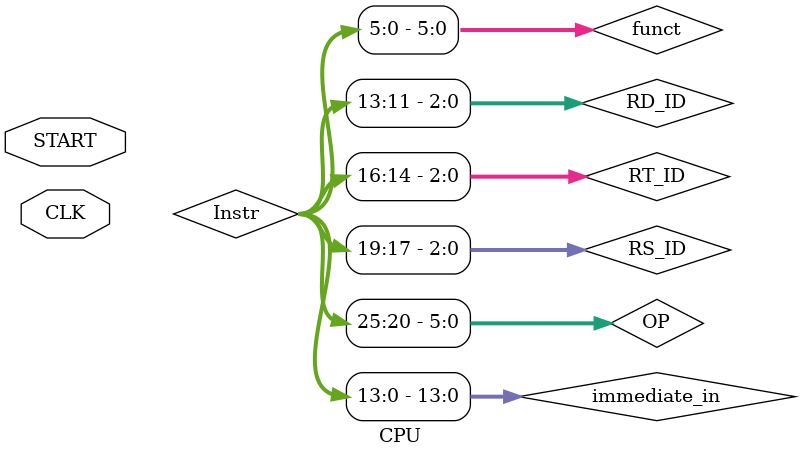
<source format=v>
`timescale 1ns / 1ps

module CPU(CLK, START);

	input CLK, START;
	wire [15:0] PC;
	wire [25:0] Instr;
	wire [5:0] OP;
	
	wire [2:0] RS_ID, RT_ID , RD_ID;
	wire [15:0] Reg_RData1, Reg_RData2, Reg_WData;
	wire Reg_WE;
	
	wire [15:0] DM_RData, DM_WData ;
	wire DM_WE;
	
	wire [15:0] address;
	wire [13:0] immediate_in;
	
	wire [5:0] funct;
	
	wire [1:0] ALU_OP;
	wire [3:0] ALU_CTRL;
	
	wire [15:0] ALU_result;
	wire [15:0] extend_sign;
	
	wire [15:0] Mux_to_ALU;
	wire ALU_src;
	wire MEM_to_REG;
	wire REG_Dst;
	
	wire [2:0] REG_W_ID;
	
	wire [15:0] ALU_src1,ALU_src2;
	wire [15:0] Mux_Mem_to_reg_out;
	
	
	
	PC i_PC(CLK, START, PC);

	IM i_IM(START, PC, Instr);
	Reg i_Reg(CLK, RS_ID, RT_ID,  REG_W_ID ,Reg_WE, Reg_RData1, Reg_RData2, Reg_WData );
	
	
	
	Decoder i_Decoder(OP, Reg_WE, DM_WE , ALU_OP , ALU_src , MEM_to_REG , REG_Dst ,funct);
	
	MUX_2_to_1 #(.size(3))MUX_REG_Dst(RT_ID,RD_ID,REG_Dst,REG_W_ID);
	
	sign_extend i_sign_extend(immediate_in,extend_sign);
	
	MUX_2_to_1 #(.size(16))MUX_ALUsrc(Reg_RData2,extend_sign,ALU_src,Mux_to_ALU);
	
	
	ALU_ctrl i_ALU_ctrl(funct,ALU_OP,ALU_CTRL);
	
	ALU i_ALU(ALU_src1,ALU_src2,ALU_CTRL,ALU_result);
	
	DM i_DM(CLK, ALU_result, DM_WE, DM_RData, DM_WData );
	
	MUX_2_to_1 #(.size(16))MUX_MEM_to_REG(ALU_result,DM_RData,MEM_to_REG,Mux_Mem_to_reg_out);
	
	assign OP = Instr[25:20];
	assign RS_ID = Instr[19:17];
	assign RT_ID = Instr[16:14];
	assign RD_ID = Instr[13:11];
	assign DM_WData = Reg_RData2; 
	assign immediate_in = Instr[13:0];
	
	
	/*add your code here*/
	assign funct = Instr[5:0];
	assign Reg_WData = Mux_Mem_to_reg_out;
	assign ALU_src1 = Reg_RData1;
	assign ALU_src2 = Mux_to_ALU;
	assign DM_WData = Reg_RData2;

	

	
	/*

	ALU_ctrl ALU_ctrl1(
		.funct(funct),
		.ALU_OP(ALU_OP),
		.ALU_CTRL(ALU_CTRL)
		);

	ALU ALU1(
		.source1(Reg_RData1),
		.source2(data_o),    //MUX output
		.ALU_CTRL(ALU_CTRL),
		.result(result)
		);

	Decoder Decoder1(
		.OP(OP),
		.funct(funct),
		.Reg_WE(Reg_WE),
		.DM_WE(DM_WE),
		.ALU_OP(ALU_OP),
		.ALU_src(ALU_src),
		.MEM_to_REG(MEM_to_REG),
		.REG_Dst(REG_Dst)
		);
	
	DM DM1(
		.CLK(CLK),
		.address(address),
		.DM_WE(DM_WE),
		.DM_RData(DM_RData),
		.DM_WData(DM_WData)
		);

	IM IM1(
		.START(START),
		.PC(PC),
		.Instr(Instr)
		);
		
	/*MUX_2_to_1 MUX1(
		.data0_i(RT_ID),
		.data1_i(RD_ID),
		.select_i(REG_Dst),
		.data_o(data_o)
		);

	MUX_2_to_1 MUX2(
		.data0_i(Reg_RData2),
		.data1_i(sign_extend),
		.select_i(ALU_src),
		.data_o(data_o)
		);

	MUX_2_to_1 MUX3(
		.data0_i(result),
		.data1_i(DM_RData),
		.select_i(MEM_to_REG)
		);*/
		
	/*sign_extend sign1(
		.immediate_in(immediate_in),
		.sign_extend(sign_extend)
		);

	Reg Reg1(
		.CLK(CLK),
		.RS_ID(RS_ID),
		.RT_ID(data_o),        //MUX output
		.REG_W_ID(REG_W_ID),
		.Reg_WE(Reg_WE),
		.Reg_RData1(Reg_RData1),
		.Reg_RData2(Reg_RData2),
		.Reg_WData(data_o)      //MUX output
		);
		*/
		
		
		
		
	
	
endmodule

</source>
